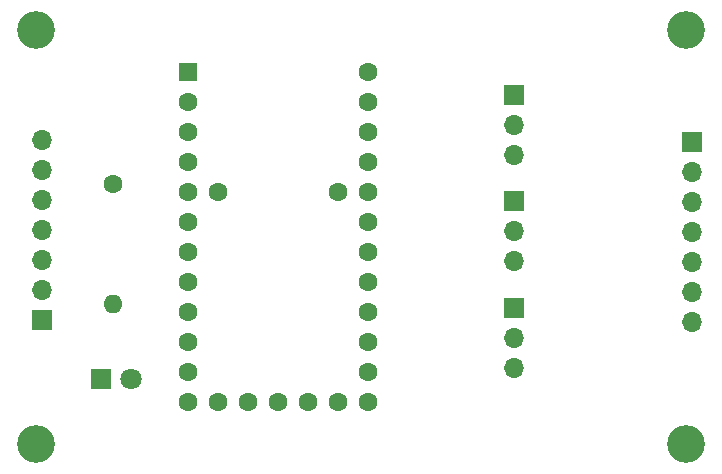
<source format=gbr>
%TF.GenerationSoftware,KiCad,Pcbnew,9.0.1*%
%TF.CreationDate,2025-04-01T19:12:10+10:00*%
%TF.ProjectId,payload_controlboard,7061796c-6f61-4645-9f63-6f6e74726f6c,rev?*%
%TF.SameCoordinates,Original*%
%TF.FileFunction,Soldermask,Bot*%
%TF.FilePolarity,Negative*%
%FSLAX46Y46*%
G04 Gerber Fmt 4.6, Leading zero omitted, Abs format (unit mm)*
G04 Created by KiCad (PCBNEW 9.0.1) date 2025-04-01 19:12:10*
%MOMM*%
%LPD*%
G01*
G04 APERTURE LIST*
%ADD10R,1.700000X1.700000*%
%ADD11O,1.700000X1.700000*%
%ADD12C,3.200000*%
%ADD13R,1.800000X1.800000*%
%ADD14C,1.800000*%
%ADD15R,1.600000X1.600000*%
%ADD16C,1.600000*%
%ADD17O,1.600000X1.600000*%
G04 APERTURE END LIST*
D10*
%TO.C,J5*%
X107500000Y-102540000D03*
D11*
X107500000Y-100000000D03*
X107500000Y-97460000D03*
X107500000Y-94920000D03*
X107500000Y-92380000D03*
X107500000Y-89840000D03*
X107500000Y-87300000D03*
%TD*%
D12*
%TO.C,H2*%
X162000000Y-78000000D03*
%TD*%
D13*
%TO.C,POWER*%
X112460000Y-107500000D03*
D14*
X115000000Y-107500000D03*
%TD*%
D12*
%TO.C,H1*%
X107000000Y-78000000D03*
%TD*%
D10*
%TO.C,J2*%
X147500000Y-92475000D03*
D11*
X147500000Y-95015000D03*
X147500000Y-97555000D03*
%TD*%
D10*
%TO.C,J1*%
X147500000Y-101475000D03*
D11*
X147500000Y-104015000D03*
X147500000Y-106555000D03*
%TD*%
D12*
%TO.C,H3*%
X107000000Y-113000000D03*
%TD*%
%TO.C,H4*%
X162000000Y-113000000D03*
%TD*%
D15*
%TO.C,Teensy 2.0*%
X119880000Y-81530000D03*
D16*
X119880000Y-84070000D03*
X119880000Y-86610000D03*
X119880000Y-89150000D03*
X119880000Y-91690000D03*
X119880000Y-94230000D03*
X119880000Y-96770000D03*
X119880000Y-99310000D03*
X119880000Y-101850000D03*
X119880000Y-104390000D03*
X119880000Y-106930000D03*
X119880000Y-109470000D03*
X122420000Y-109470000D03*
X124960000Y-109470000D03*
X127500000Y-109470000D03*
X130040000Y-109470000D03*
X132580000Y-109470000D03*
X135120000Y-109470000D03*
X135120000Y-106930000D03*
X135120000Y-104390000D03*
X135120000Y-101850000D03*
X135120000Y-99310000D03*
X135120000Y-96770000D03*
X135120000Y-94230000D03*
X135120000Y-91690000D03*
X135120000Y-89150000D03*
X135120000Y-86610000D03*
X135120000Y-84070000D03*
X135120000Y-81530000D03*
X122420000Y-91690000D03*
X132580000Y-91690000D03*
%TD*%
D10*
%TO.C,J3*%
X162500000Y-87420000D03*
D11*
X162500000Y-89960000D03*
X162500000Y-92500000D03*
X162500000Y-95040000D03*
X162500000Y-97580000D03*
X162500000Y-100120000D03*
X162500000Y-102660000D03*
%TD*%
D10*
%TO.C,J4*%
X147500000Y-83475000D03*
D11*
X147500000Y-86015000D03*
X147500000Y-88555000D03*
%TD*%
D16*
%TO.C,100R*%
X113500000Y-91000000D03*
D17*
X113500000Y-101160000D03*
%TD*%
M02*

</source>
